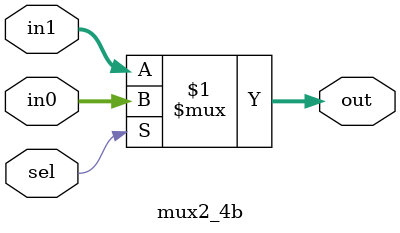
<source format=sv>
`timescale 1ns / 1ps


module mux2_4b(
    input [3:0] in0,
    input [3:0] in1,
    input sel,
    output [3:0] out
    );
    assign out = sel? in0:in1;
    
endmodule

</source>
